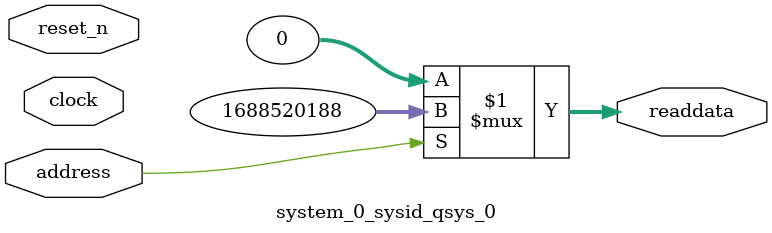
<source format=v>

`timescale 1ns / 1ps
// synthesis translate_on

// turn off superfluous verilog processor warnings 
// altera message_level Level1 
// altera message_off 10034 10035 10036 10037 10230 10240 10030 

module system_0_sysid_qsys_0 (
               // inputs:
                address,
                clock,
                reset_n,

               // outputs:
                readdata
             )
;

  output  [ 31: 0] readdata;
  input            address;
  input            clock;
  input            reset_n;

  wire    [ 31: 0] readdata;
  //control_slave, which is an e_avalon_slave
  assign readdata = address ? 1688520188 : 0;

endmodule




</source>
